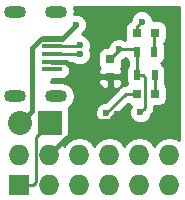
<source format=gbr>
G04 #@! TF.FileFunction,Copper,L1,Top,Signal*
%FSLAX46Y46*%
G04 Gerber Fmt 4.6, Leading zero omitted, Abs format (unit mm)*
G04 Created by KiCad (PCBNEW 0.201603171416+6624~43~ubuntu15.10.1-product) date fre 18 mar 2016 23:00:41 CET*
%MOMM*%
G01*
G04 APERTURE LIST*
%ADD10C,0.100000*%
%ADD11R,1.700000X0.400000*%
%ADD12O,1.850000X1.050000*%
%ADD13O,1.727200X1.727200*%
%ADD14R,1.727200X1.727200*%
%ADD15R,0.750000X0.800000*%
%ADD16R,0.797560X0.797560*%
%ADD17R,0.500000X0.900000*%
%ADD18R,2.032000X2.032000*%
%ADD19O,2.032000X2.032000*%
%ADD20C,0.600000*%
%ADD21C,0.381000*%
%ADD22C,0.254000*%
G04 APERTURE END LIST*
D10*
D11*
X118856400Y-114293400D03*
X118856400Y-114943400D03*
X118856400Y-113643400D03*
D10*
G36*
X118006400Y-112793400D02*
X119706400Y-112793400D01*
X119706400Y-113193400D01*
X118006400Y-113193400D01*
X118006400Y-112793400D01*
X118006400Y-112793400D01*
G37*
D11*
X118856400Y-115593400D03*
D12*
X115756400Y-110718400D03*
X115756400Y-117868400D03*
X119206400Y-110718400D03*
X119206400Y-117868400D03*
D13*
X128803400Y-122859800D03*
X128803400Y-125399800D03*
X126263400Y-122859800D03*
X126263400Y-125399800D03*
D14*
X116103400Y-125399800D03*
D13*
X116103400Y-122859800D03*
X118643400Y-125399800D03*
X118643400Y-122859800D03*
X121183400Y-125399800D03*
X121183400Y-122859800D03*
X123723400Y-125399800D03*
X123723400Y-122859800D03*
D15*
X123799600Y-116218400D03*
X123799600Y-114718400D03*
D16*
X127546100Y-112496600D03*
X126047500Y-112496600D03*
X127546100Y-117652800D03*
X126047500Y-117652800D03*
D17*
X126033400Y-114096800D03*
X127533400Y-114096800D03*
X126046800Y-116103400D03*
X127546800Y-116103400D03*
D18*
X118668800Y-120116600D03*
D19*
X116128800Y-120116600D03*
D20*
X125171200Y-111125000D03*
X124358400Y-119380000D03*
X120904000Y-111836200D03*
X121208800Y-114334400D03*
X121208800Y-113554400D03*
X126337093Y-119250676D03*
X124510800Y-113919000D03*
X126441200Y-111556800D03*
X123469400Y-119278400D03*
D21*
X124058401Y-119679999D02*
X124358400Y-119380000D01*
X121556498Y-119946702D02*
X123791698Y-119946702D01*
X118643400Y-122859800D02*
X121556498Y-119946702D01*
X123791698Y-119946702D02*
X124058401Y-119679999D01*
X123799600Y-116218400D02*
X120700800Y-116218400D01*
X120700800Y-116218400D02*
X120363600Y-116218400D01*
X118856400Y-114943400D02*
X120087400Y-114943400D01*
X120087400Y-114943400D02*
X120700800Y-115556800D01*
X120700800Y-115556800D02*
X120700800Y-116218400D01*
X118856400Y-112993400D02*
X119746800Y-112993400D01*
X119746800Y-112993400D02*
X120904000Y-111836200D01*
X116128800Y-120116600D02*
X117144799Y-119100601D01*
X117144799Y-119100601D02*
X117144799Y-113755001D01*
X117144799Y-113755001D02*
X117906400Y-112993400D01*
X117906400Y-112993400D02*
X118856400Y-112993400D01*
D22*
X118856400Y-114293400D02*
X121167800Y-114293400D01*
X121167800Y-114293400D02*
X121208800Y-114334400D01*
X118856400Y-113643400D02*
X121119800Y-113643400D01*
X121119800Y-113643400D02*
X121208800Y-113554400D01*
X126046800Y-116103400D02*
X126550800Y-116103400D01*
X126637092Y-118950677D02*
X126337093Y-119250676D01*
X126550800Y-116103400D02*
X126751081Y-116303681D01*
X126751081Y-116303681D02*
X126751081Y-118836688D01*
X126751081Y-118836688D02*
X126637092Y-118950677D01*
X126046800Y-116103400D02*
X126046800Y-114110200D01*
X126046800Y-114110200D02*
X126033400Y-114096800D01*
X124510800Y-113919000D02*
X125855600Y-113919000D01*
X125855600Y-113919000D02*
X126033400Y-114096800D01*
X124510800Y-113919000D02*
X124510800Y-114007200D01*
X124510800Y-114007200D02*
X123799600Y-114718400D01*
X127533400Y-114096800D02*
X127533400Y-112509300D01*
X127533400Y-112509300D02*
X127546100Y-112496600D01*
X126047500Y-112496600D02*
X126047500Y-111950500D01*
X126047500Y-111950500D02*
X126441200Y-111556800D01*
X127546800Y-116103400D02*
X127546800Y-117652100D01*
X127546800Y-117652100D02*
X127546100Y-117652800D01*
X126047500Y-117652800D02*
X125095000Y-117652800D01*
X125095000Y-117652800D02*
X123469400Y-119278400D01*
X116103400Y-125399800D02*
X117221000Y-125399800D01*
X117221000Y-125399800D02*
X117474999Y-125145801D01*
X117474999Y-121310401D02*
X118668800Y-120116600D01*
X117474999Y-125145801D02*
X117474999Y-121310401D01*
G36*
X118770400Y-122732800D02*
X118790400Y-122732800D01*
X118790400Y-122986800D01*
X118770400Y-122986800D01*
X118770400Y-123006800D01*
X118516400Y-123006800D01*
X118516400Y-122986800D01*
X118496400Y-122986800D01*
X118496400Y-122732800D01*
X118516400Y-122732800D01*
X118516400Y-122712800D01*
X118770400Y-122712800D01*
X118770400Y-122732800D01*
X118770400Y-122732800D01*
G37*
X118770400Y-122732800D02*
X118790400Y-122732800D01*
X118790400Y-122986800D01*
X118770400Y-122986800D01*
X118770400Y-123006800D01*
X118516400Y-123006800D01*
X118516400Y-122986800D01*
X118496400Y-122986800D01*
X118496400Y-122732800D01*
X118516400Y-122732800D01*
X118516400Y-122712800D01*
X118770400Y-122712800D01*
X118770400Y-122732800D01*
G36*
X129642800Y-121623591D02*
X129376889Y-121445915D01*
X128803400Y-121331841D01*
X128229911Y-121445915D01*
X127743730Y-121770771D01*
X127533400Y-122085552D01*
X127323070Y-121770771D01*
X126836889Y-121445915D01*
X126263400Y-121331841D01*
X125689911Y-121445915D01*
X125203730Y-121770771D01*
X124993400Y-122085552D01*
X124783070Y-121770771D01*
X124296889Y-121445915D01*
X123723400Y-121331841D01*
X123149911Y-121445915D01*
X122663730Y-121770771D01*
X122453400Y-122085552D01*
X122243070Y-121770771D01*
X121756889Y-121445915D01*
X121183400Y-121331841D01*
X120609911Y-121445915D01*
X120123730Y-121770771D01*
X119907736Y-122094028D01*
X119850221Y-121971310D01*
X119640670Y-121780040D01*
X119684800Y-121780040D01*
X119932565Y-121730757D01*
X120142609Y-121590409D01*
X120282957Y-121380365D01*
X120332240Y-121132600D01*
X120332240Y-119463567D01*
X122534238Y-119463567D01*
X122676283Y-119807343D01*
X122939073Y-120070592D01*
X123282601Y-120213238D01*
X123654567Y-120213562D01*
X123998343Y-120071517D01*
X124261592Y-119808727D01*
X124404238Y-119465199D01*
X124404276Y-119421154D01*
X125265921Y-118559510D01*
X125400955Y-118649737D01*
X125579967Y-118685344D01*
X125544901Y-118720349D01*
X125402255Y-119063877D01*
X125401931Y-119435843D01*
X125543976Y-119779619D01*
X125806766Y-120042868D01*
X126150294Y-120185514D01*
X126522260Y-120185838D01*
X126866036Y-120043793D01*
X127129285Y-119781003D01*
X127271931Y-119437475D01*
X127271969Y-119393430D01*
X127289897Y-119375503D01*
X127388915Y-119227311D01*
X127455077Y-119128293D01*
X127513081Y-118836688D01*
X127513081Y-118699020D01*
X127944880Y-118699020D01*
X128192645Y-118649737D01*
X128402689Y-118509389D01*
X128543037Y-118299345D01*
X128592320Y-118051580D01*
X128592320Y-117254020D01*
X128543037Y-117006255D01*
X128402689Y-116796211D01*
X128396734Y-116792232D01*
X128444240Y-116553400D01*
X128444240Y-115653400D01*
X128394957Y-115405635D01*
X128254609Y-115195591D01*
X128104998Y-115095623D01*
X128241209Y-115004609D01*
X128381557Y-114794565D01*
X128430840Y-114546800D01*
X128430840Y-113646800D01*
X128381557Y-113399035D01*
X128366901Y-113377102D01*
X128402689Y-113353189D01*
X128543037Y-113143145D01*
X128592320Y-112895380D01*
X128592320Y-112097820D01*
X128543037Y-111850055D01*
X128402689Y-111640011D01*
X128192645Y-111499663D01*
X127944880Y-111450380D01*
X127376293Y-111450380D01*
X127376362Y-111371633D01*
X127234317Y-111027857D01*
X126971527Y-110764608D01*
X126627999Y-110621962D01*
X126256033Y-110621638D01*
X125912257Y-110763683D01*
X125649008Y-111026473D01*
X125506362Y-111370001D01*
X125506323Y-111415221D01*
X125457402Y-111488435D01*
X125400955Y-111499663D01*
X125190911Y-111640011D01*
X125050563Y-111850055D01*
X125001280Y-112097820D01*
X125001280Y-112895380D01*
X125048853Y-113134547D01*
X125041127Y-113126808D01*
X124697599Y-112984162D01*
X124325633Y-112983838D01*
X123981857Y-113125883D01*
X123718608Y-113388673D01*
X123601392Y-113670960D01*
X123424600Y-113670960D01*
X123176835Y-113720243D01*
X122966791Y-113860591D01*
X122826443Y-114070635D01*
X122777160Y-114318400D01*
X122777160Y-115118400D01*
X122826443Y-115366165D01*
X122887473Y-115457502D01*
X122886273Y-115458702D01*
X122789600Y-115692091D01*
X122789600Y-115932650D01*
X122948350Y-116091400D01*
X123672600Y-116091400D01*
X123672600Y-116071400D01*
X123926600Y-116071400D01*
X123926600Y-116091400D01*
X124650850Y-116091400D01*
X124809600Y-115932650D01*
X124809600Y-115692091D01*
X124712927Y-115458702D01*
X124711727Y-115457502D01*
X124772757Y-115366165D01*
X124822040Y-115118400D01*
X124822040Y-114802070D01*
X125039743Y-114712117D01*
X125070914Y-114681000D01*
X125162654Y-114681000D01*
X125185243Y-114794565D01*
X125284800Y-114943561D01*
X125284800Y-115276693D01*
X125198643Y-115405635D01*
X125149360Y-115653400D01*
X125149360Y-116553400D01*
X125196866Y-116792232D01*
X125190911Y-116796211D01*
X125127708Y-116890800D01*
X125095000Y-116890800D01*
X124803396Y-116948803D01*
X124619040Y-117071986D01*
X124712927Y-116978098D01*
X124809600Y-116744709D01*
X124809600Y-116504150D01*
X124650850Y-116345400D01*
X123926600Y-116345400D01*
X123926600Y-117094650D01*
X124085350Y-117253400D01*
X124300910Y-117253400D01*
X124498694Y-117171475D01*
X123326895Y-118343275D01*
X123284233Y-118343238D01*
X122940457Y-118485283D01*
X122677208Y-118748073D01*
X122534562Y-119091601D01*
X122534238Y-119463567D01*
X120332240Y-119463567D01*
X120332240Y-119100600D01*
X120282957Y-118852835D01*
X120260894Y-118819815D01*
X120457206Y-118688644D01*
X120708662Y-118312313D01*
X120796962Y-117868400D01*
X120708662Y-117424487D01*
X120457206Y-117048156D01*
X120080875Y-116796700D01*
X119636962Y-116708400D01*
X118775838Y-116708400D01*
X118746093Y-116714317D01*
X118833361Y-116504150D01*
X122789600Y-116504150D01*
X122789600Y-116744709D01*
X122886273Y-116978098D01*
X123064901Y-117156727D01*
X123298290Y-117253400D01*
X123513850Y-117253400D01*
X123672600Y-117094650D01*
X123672600Y-116345400D01*
X122948350Y-116345400D01*
X122789600Y-116504150D01*
X118833361Y-116504150D01*
X118841233Y-116485194D01*
X118841272Y-116440840D01*
X119706400Y-116440840D01*
X119954165Y-116391557D01*
X120164209Y-116251209D01*
X120304557Y-116041165D01*
X120353840Y-115793400D01*
X120353840Y-115393400D01*
X120333183Y-115289547D01*
X120341400Y-115269709D01*
X120341400Y-115202150D01*
X120309442Y-115170192D01*
X120304557Y-115145635D01*
X120254287Y-115070402D01*
X120341400Y-115070402D01*
X120341400Y-115055400D01*
X120607405Y-115055400D01*
X120678473Y-115126592D01*
X121022001Y-115269238D01*
X121393967Y-115269562D01*
X121737743Y-115127517D01*
X122000992Y-114864727D01*
X122143638Y-114521199D01*
X122143962Y-114149233D01*
X122059294Y-113944321D01*
X122143638Y-113741199D01*
X122143962Y-113369233D01*
X122001917Y-113025457D01*
X121739127Y-112762208D01*
X121426000Y-112632186D01*
X121432943Y-112629317D01*
X121696192Y-112366527D01*
X121838838Y-112022999D01*
X121839162Y-111651033D01*
X121697117Y-111307257D01*
X121434327Y-111044008D01*
X121090799Y-110901362D01*
X120760626Y-110901074D01*
X120796962Y-110718400D01*
X120710873Y-110285600D01*
X129642800Y-110285600D01*
X129642800Y-121623591D01*
X129642800Y-121623591D01*
G37*
X129642800Y-121623591D02*
X129376889Y-121445915D01*
X128803400Y-121331841D01*
X128229911Y-121445915D01*
X127743730Y-121770771D01*
X127533400Y-122085552D01*
X127323070Y-121770771D01*
X126836889Y-121445915D01*
X126263400Y-121331841D01*
X125689911Y-121445915D01*
X125203730Y-121770771D01*
X124993400Y-122085552D01*
X124783070Y-121770771D01*
X124296889Y-121445915D01*
X123723400Y-121331841D01*
X123149911Y-121445915D01*
X122663730Y-121770771D01*
X122453400Y-122085552D01*
X122243070Y-121770771D01*
X121756889Y-121445915D01*
X121183400Y-121331841D01*
X120609911Y-121445915D01*
X120123730Y-121770771D01*
X119907736Y-122094028D01*
X119850221Y-121971310D01*
X119640670Y-121780040D01*
X119684800Y-121780040D01*
X119932565Y-121730757D01*
X120142609Y-121590409D01*
X120282957Y-121380365D01*
X120332240Y-121132600D01*
X120332240Y-119463567D01*
X122534238Y-119463567D01*
X122676283Y-119807343D01*
X122939073Y-120070592D01*
X123282601Y-120213238D01*
X123654567Y-120213562D01*
X123998343Y-120071517D01*
X124261592Y-119808727D01*
X124404238Y-119465199D01*
X124404276Y-119421154D01*
X125265921Y-118559510D01*
X125400955Y-118649737D01*
X125579967Y-118685344D01*
X125544901Y-118720349D01*
X125402255Y-119063877D01*
X125401931Y-119435843D01*
X125543976Y-119779619D01*
X125806766Y-120042868D01*
X126150294Y-120185514D01*
X126522260Y-120185838D01*
X126866036Y-120043793D01*
X127129285Y-119781003D01*
X127271931Y-119437475D01*
X127271969Y-119393430D01*
X127289897Y-119375503D01*
X127388915Y-119227311D01*
X127455077Y-119128293D01*
X127513081Y-118836688D01*
X127513081Y-118699020D01*
X127944880Y-118699020D01*
X128192645Y-118649737D01*
X128402689Y-118509389D01*
X128543037Y-118299345D01*
X128592320Y-118051580D01*
X128592320Y-117254020D01*
X128543037Y-117006255D01*
X128402689Y-116796211D01*
X128396734Y-116792232D01*
X128444240Y-116553400D01*
X128444240Y-115653400D01*
X128394957Y-115405635D01*
X128254609Y-115195591D01*
X128104998Y-115095623D01*
X128241209Y-115004609D01*
X128381557Y-114794565D01*
X128430840Y-114546800D01*
X128430840Y-113646800D01*
X128381557Y-113399035D01*
X128366901Y-113377102D01*
X128402689Y-113353189D01*
X128543037Y-113143145D01*
X128592320Y-112895380D01*
X128592320Y-112097820D01*
X128543037Y-111850055D01*
X128402689Y-111640011D01*
X128192645Y-111499663D01*
X127944880Y-111450380D01*
X127376293Y-111450380D01*
X127376362Y-111371633D01*
X127234317Y-111027857D01*
X126971527Y-110764608D01*
X126627999Y-110621962D01*
X126256033Y-110621638D01*
X125912257Y-110763683D01*
X125649008Y-111026473D01*
X125506362Y-111370001D01*
X125506323Y-111415221D01*
X125457402Y-111488435D01*
X125400955Y-111499663D01*
X125190911Y-111640011D01*
X125050563Y-111850055D01*
X125001280Y-112097820D01*
X125001280Y-112895380D01*
X125048853Y-113134547D01*
X125041127Y-113126808D01*
X124697599Y-112984162D01*
X124325633Y-112983838D01*
X123981857Y-113125883D01*
X123718608Y-113388673D01*
X123601392Y-113670960D01*
X123424600Y-113670960D01*
X123176835Y-113720243D01*
X122966791Y-113860591D01*
X122826443Y-114070635D01*
X122777160Y-114318400D01*
X122777160Y-115118400D01*
X122826443Y-115366165D01*
X122887473Y-115457502D01*
X122886273Y-115458702D01*
X122789600Y-115692091D01*
X122789600Y-115932650D01*
X122948350Y-116091400D01*
X123672600Y-116091400D01*
X123672600Y-116071400D01*
X123926600Y-116071400D01*
X123926600Y-116091400D01*
X124650850Y-116091400D01*
X124809600Y-115932650D01*
X124809600Y-115692091D01*
X124712927Y-115458702D01*
X124711727Y-115457502D01*
X124772757Y-115366165D01*
X124822040Y-115118400D01*
X124822040Y-114802070D01*
X125039743Y-114712117D01*
X125070914Y-114681000D01*
X125162654Y-114681000D01*
X125185243Y-114794565D01*
X125284800Y-114943561D01*
X125284800Y-115276693D01*
X125198643Y-115405635D01*
X125149360Y-115653400D01*
X125149360Y-116553400D01*
X125196866Y-116792232D01*
X125190911Y-116796211D01*
X125127708Y-116890800D01*
X125095000Y-116890800D01*
X124803396Y-116948803D01*
X124619040Y-117071986D01*
X124712927Y-116978098D01*
X124809600Y-116744709D01*
X124809600Y-116504150D01*
X124650850Y-116345400D01*
X123926600Y-116345400D01*
X123926600Y-117094650D01*
X124085350Y-117253400D01*
X124300910Y-117253400D01*
X124498694Y-117171475D01*
X123326895Y-118343275D01*
X123284233Y-118343238D01*
X122940457Y-118485283D01*
X122677208Y-118748073D01*
X122534562Y-119091601D01*
X122534238Y-119463567D01*
X120332240Y-119463567D01*
X120332240Y-119100600D01*
X120282957Y-118852835D01*
X120260894Y-118819815D01*
X120457206Y-118688644D01*
X120708662Y-118312313D01*
X120796962Y-117868400D01*
X120708662Y-117424487D01*
X120457206Y-117048156D01*
X120080875Y-116796700D01*
X119636962Y-116708400D01*
X118775838Y-116708400D01*
X118746093Y-116714317D01*
X118833361Y-116504150D01*
X122789600Y-116504150D01*
X122789600Y-116744709D01*
X122886273Y-116978098D01*
X123064901Y-117156727D01*
X123298290Y-117253400D01*
X123513850Y-117253400D01*
X123672600Y-117094650D01*
X123672600Y-116345400D01*
X122948350Y-116345400D01*
X122789600Y-116504150D01*
X118833361Y-116504150D01*
X118841233Y-116485194D01*
X118841272Y-116440840D01*
X119706400Y-116440840D01*
X119954165Y-116391557D01*
X120164209Y-116251209D01*
X120304557Y-116041165D01*
X120353840Y-115793400D01*
X120353840Y-115393400D01*
X120333183Y-115289547D01*
X120341400Y-115269709D01*
X120341400Y-115202150D01*
X120309442Y-115170192D01*
X120304557Y-115145635D01*
X120254287Y-115070402D01*
X120341400Y-115070402D01*
X120341400Y-115055400D01*
X120607405Y-115055400D01*
X120678473Y-115126592D01*
X121022001Y-115269238D01*
X121393967Y-115269562D01*
X121737743Y-115127517D01*
X122000992Y-114864727D01*
X122143638Y-114521199D01*
X122143962Y-114149233D01*
X122059294Y-113944321D01*
X122143638Y-113741199D01*
X122143962Y-113369233D01*
X122001917Y-113025457D01*
X121739127Y-112762208D01*
X121426000Y-112632186D01*
X121432943Y-112629317D01*
X121696192Y-112366527D01*
X121838838Y-112022999D01*
X121839162Y-111651033D01*
X121697117Y-111307257D01*
X121434327Y-111044008D01*
X121090799Y-110901362D01*
X120760626Y-110901074D01*
X120796962Y-110718400D01*
X120710873Y-110285600D01*
X129642800Y-110285600D01*
X129642800Y-121623591D01*
M02*

</source>
